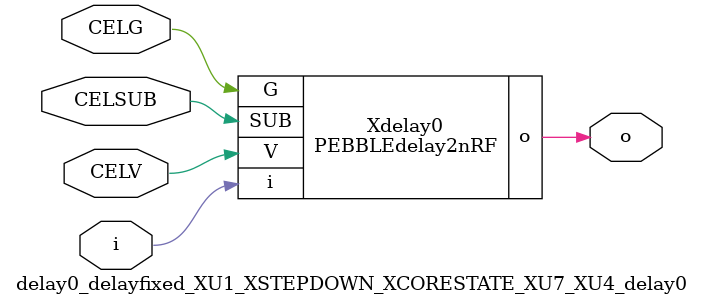
<source format=v>



module PEBBLEdelay2nRF ( o, V, G, i, SUB );

  input V;
  input i;
  input G;
  output o;
  input SUB;
endmodule

//Celera Confidential Do Not Copy delay0_delayfixed_XU1_XSTEPDOWN_XCORESTATE_XU7_XU4_delay0
//TYPE: fixed 2ns
module delay0_delayfixed_XU1_XSTEPDOWN_XCORESTATE_XU7_XU4_delay0 (i, CELV, o,
CELG,CELSUB);
input CELV;
input i;
output o;
input CELSUB;
input CELG;

//Celera Confidential Do Not Copy delayfast0
PEBBLEdelay2nRF Xdelay0(
.V (CELV),
.i (i),
.o (o),
.G (CELG),
.SUB (CELSUB)
);
//,diesize,PEBBLEdelay2nRF

//Celera Confidential Do Not Copy Module End
//Celera Schematic Generator
endmodule

</source>
